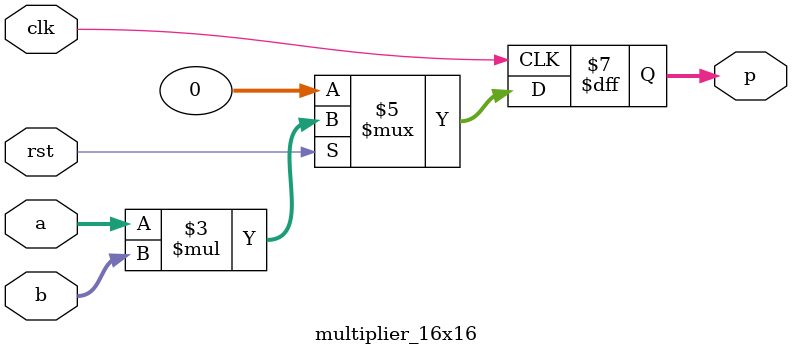
<source format=v>
`timescale 1ns / 1ps


module multiplier_16x16 (
  input [15:0] a,
  input [15:0] b,
  input clk,
  input rst,
  output reg [31:0] p
);

  always @(posedge clk) begin
  
  if (!rst)begin 
  p <= 16'd0000;
  end
  
  else
  p <= a * b;
  end

endmodule


</source>
